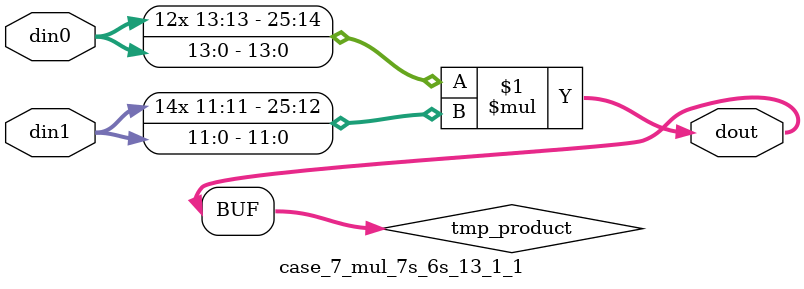
<source format=v>

`timescale 1 ns / 1 ps

 (* use_dsp = "no" *)  module case_7_mul_7s_6s_13_1_1(din0, din1, dout);
parameter ID = 1;
parameter NUM_STAGE = 0;
parameter din0_WIDTH = 14;
parameter din1_WIDTH = 12;
parameter dout_WIDTH = 26;

input [din0_WIDTH - 1 : 0] din0; 
input [din1_WIDTH - 1 : 0] din1; 
output [dout_WIDTH - 1 : 0] dout;

wire signed [dout_WIDTH - 1 : 0] tmp_product;



























assign tmp_product = $signed(din0) * $signed(din1);








assign dout = tmp_product;





















endmodule

</source>
